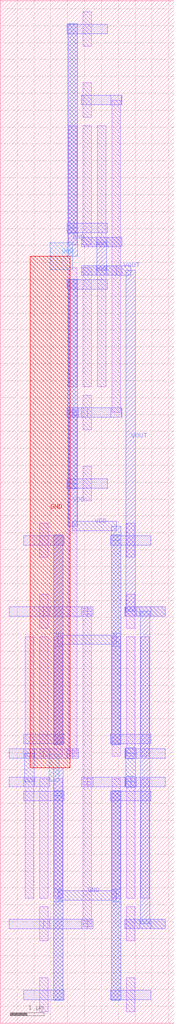
<source format=lef>
MACRO RING_OSC_Analog
  ORIGIN 0 0 ;
  FOREIGN RING_OSC_Analog 0 0 ;
  SIZE 5.16 BY 30.24 ;
  PIN GND
    DIRECTION INOUT ;
    USE SIGNAL ;
    PORT 
      LAYER M3 ;
        RECT 1.58 0.68 1.86 6.88 ;
      LAYER M3 ;
        RECT 3.3 0.68 3.58 6.88 ;
      LAYER M3 ;
        RECT 1.58 3.595 1.86 3.965 ;
      LAYER M2 ;
        RECT 1.72 3.64 3.44 3.92 ;
      LAYER M3 ;
        RECT 3.3 3.595 3.58 3.965 ;
      LAYER M3 ;
        RECT 2.01 23.36 2.29 29.56 ;
      LAYER M3 ;
        RECT 1.58 6.72 1.86 7.56 ;
      LAYER M4 ;
        RECT 1.45 7.16 1.75 7.96 ;
      LAYER M5 ;
        RECT 0.89 7.56 2.07 22.68 ;
      LAYER M4 ;
        RECT 1.48 22.28 2.15 23.08 ;
      LAYER M3 ;
        RECT 2.01 22.68 2.29 23.52 ;
    END
  END GND
  PIN VDD
    DIRECTION INOUT ;
    USE SIGNAL ;
    PORT 
      LAYER M3 ;
        RECT 1.58 8.24 1.86 14.44 ;
      LAYER M3 ;
        RECT 3.3 8.24 3.58 14.44 ;
      LAYER M3 ;
        RECT 1.58 11.155 1.86 11.525 ;
      LAYER M2 ;
        RECT 1.72 11.2 3.44 11.48 ;
      LAYER M3 ;
        RECT 3.3 11.155 3.58 11.525 ;
      LAYER M3 ;
        RECT 2.01 15.8 2.29 22 ;
      LAYER M3 ;
        RECT 3.3 14.28 3.58 14.7 ;
      LAYER M2 ;
        RECT 2.15 14.56 3.44 14.84 ;
      LAYER M3 ;
        RECT 2.01 14.7 2.29 15.96 ;
    END
  END VDD
  PIN VOUT
    DIRECTION INOUT ;
    USE SIGNAL ;
    PORT 
      LAYER M2 ;
        RECT 3.7 2.8 4.9 3.08 ;
      LAYER M2 ;
        RECT 3.7 12.04 4.9 12.32 ;
      LAYER M2 ;
        RECT 4.14 2.8 4.46 3.08 ;
      LAYER M3 ;
        RECT 4.16 2.94 4.44 12.18 ;
      LAYER M2 ;
        RECT 4.14 12.04 4.46 12.32 ;
      LAYER M2 ;
        RECT 2.41 22.12 3.61 22.4 ;
      LAYER M2 ;
        RECT 2.41 22.96 3.61 23.24 ;
      LAYER M2 ;
        RECT 2.85 22.12 3.17 22.4 ;
      LAYER M3 ;
        RECT 2.87 22.26 3.15 23.1 ;
      LAYER M2 ;
        RECT 2.85 22.96 3.17 23.24 ;
      LAYER M2 ;
        RECT 3.71 12.04 4.03 12.32 ;
      LAYER M3 ;
        RECT 3.73 12.18 4.01 22.26 ;
      LAYER M2 ;
        RECT 3.44 22.12 3.87 22.4 ;
    END
  END VOUT
  OBS 
  LAYER M2 ;
        RECT 0.26 7 1.46 7.28 ;
  LAYER M2 ;
        RECT 0.26 7.84 1.46 8.12 ;
  LAYER M2 ;
        RECT 0.7 7 1.02 7.28 ;
  LAYER M3 ;
        RECT 0.72 7.14 1 7.98 ;
  LAYER M2 ;
        RECT 0.7 7.84 1.02 8.12 ;
  LAYER M2 ;
        RECT 2.41 17.92 3.61 18.2 ;
  LAYER M2 ;
        RECT 2.41 27.16 3.61 27.44 ;
  LAYER M2 ;
        RECT 3.28 17.92 3.6 18.2 ;
  LAYER M1 ;
        RECT 3.315 18.06 3.565 27.3 ;
  LAYER M2 ;
        RECT 3.28 27.16 3.6 27.44 ;
  LAYER M2 ;
        RECT 1.29 7.84 2.15 8.12 ;
  LAYER M1 ;
        RECT 2.025 7.98 2.275 18.06 ;
  LAYER M2 ;
        RECT 2.15 17.92 2.58 18.2 ;
  LAYER M1 ;
        RECT 2.025 7.895 2.275 8.065 ;
  LAYER M2 ;
        RECT 1.98 7.84 2.32 8.12 ;
  LAYER M1 ;
        RECT 2.025 17.975 2.275 18.145 ;
  LAYER M2 ;
        RECT 1.98 17.92 2.32 18.2 ;
  LAYER M1 ;
        RECT 2.025 7.895 2.275 8.065 ;
  LAYER M2 ;
        RECT 1.98 7.84 2.32 8.12 ;
  LAYER M1 ;
        RECT 2.025 17.975 2.275 18.145 ;
  LAYER M2 ;
        RECT 1.98 17.92 2.32 18.2 ;
  LAYER M2 ;
        RECT 0.26 2.8 1.46 3.08 ;
  LAYER M2 ;
        RECT 3.7 7 4.9 7.28 ;
  LAYER M2 ;
        RECT 3.7 7.84 4.9 8.12 ;
  LAYER M2 ;
        RECT 0.26 12.04 1.46 12.32 ;
  LAYER M2 ;
        RECT 1.29 2.8 2.58 3.08 ;
  LAYER M1 ;
        RECT 2.455 2.94 2.705 7.14 ;
  LAYER M2 ;
        RECT 2.58 7 3.87 7.28 ;
  LAYER M2 ;
        RECT 3.71 7 4.03 7.28 ;
  LAYER M3 ;
        RECT 3.73 7.14 4.01 7.98 ;
  LAYER M2 ;
        RECT 3.71 7.84 4.03 8.12 ;
  LAYER M1 ;
        RECT 2.455 7.14 2.705 12.18 ;
  LAYER M2 ;
        RECT 1.29 12.04 2.58 12.32 ;
  LAYER M1 ;
        RECT 2.455 2.855 2.705 3.025 ;
  LAYER M2 ;
        RECT 2.41 2.8 2.75 3.08 ;
  LAYER M1 ;
        RECT 2.455 7.055 2.705 7.225 ;
  LAYER M2 ;
        RECT 2.41 7 2.75 7.28 ;
  LAYER M1 ;
        RECT 2.455 2.855 2.705 3.025 ;
  LAYER M2 ;
        RECT 2.41 2.8 2.75 3.08 ;
  LAYER M1 ;
        RECT 2.455 7.055 2.705 7.225 ;
  LAYER M2 ;
        RECT 2.41 7 2.75 7.28 ;
  LAYER M1 ;
        RECT 2.455 2.855 2.705 3.025 ;
  LAYER M2 ;
        RECT 2.41 2.8 2.75 3.08 ;
  LAYER M1 ;
        RECT 2.455 7.055 2.705 7.225 ;
  LAYER M2 ;
        RECT 2.41 7 2.75 7.28 ;
  LAYER M2 ;
        RECT 3.71 7 4.03 7.28 ;
  LAYER M3 ;
        RECT 3.73 6.98 4.01 7.3 ;
  LAYER M2 ;
        RECT 3.71 7.84 4.03 8.12 ;
  LAYER M3 ;
        RECT 3.73 7.82 4.01 8.14 ;
  LAYER M1 ;
        RECT 2.455 2.855 2.705 3.025 ;
  LAYER M2 ;
        RECT 2.41 2.8 2.75 3.08 ;
  LAYER M1 ;
        RECT 2.455 7.055 2.705 7.225 ;
  LAYER M2 ;
        RECT 2.41 7 2.75 7.28 ;
  LAYER M2 ;
        RECT 3.71 7 4.03 7.28 ;
  LAYER M3 ;
        RECT 3.73 6.98 4.01 7.3 ;
  LAYER M2 ;
        RECT 3.71 7.84 4.03 8.12 ;
  LAYER M3 ;
        RECT 3.73 7.82 4.01 8.14 ;
  LAYER M1 ;
        RECT 2.455 2.855 2.705 3.025 ;
  LAYER M2 ;
        RECT 2.41 2.8 2.75 3.08 ;
  LAYER M1 ;
        RECT 2.455 7.055 2.705 7.225 ;
  LAYER M2 ;
        RECT 2.41 7 2.75 7.28 ;
  LAYER M1 ;
        RECT 2.455 12.095 2.705 12.265 ;
  LAYER M2 ;
        RECT 2.41 12.04 2.75 12.32 ;
  LAYER M2 ;
        RECT 3.71 7 4.03 7.28 ;
  LAYER M3 ;
        RECT 3.73 6.98 4.01 7.3 ;
  LAYER M2 ;
        RECT 3.71 7.84 4.03 8.12 ;
  LAYER M3 ;
        RECT 3.73 7.82 4.01 8.14 ;
  LAYER M1 ;
        RECT 2.455 2.855 2.705 3.025 ;
  LAYER M2 ;
        RECT 2.41 2.8 2.75 3.08 ;
  LAYER M1 ;
        RECT 2.455 7.055 2.705 7.225 ;
  LAYER M2 ;
        RECT 2.41 7 2.75 7.28 ;
  LAYER M1 ;
        RECT 2.455 12.095 2.705 12.265 ;
  LAYER M2 ;
        RECT 2.41 12.04 2.75 12.32 ;
  LAYER M2 ;
        RECT 3.71 7 4.03 7.28 ;
  LAYER M3 ;
        RECT 3.73 6.98 4.01 7.3 ;
  LAYER M2 ;
        RECT 3.71 7.84 4.03 8.12 ;
  LAYER M3 ;
        RECT 3.73 7.82 4.01 8.14 ;
  LAYER M1 ;
        RECT 3.745 3.695 3.995 7.225 ;
  LAYER M1 ;
        RECT 3.745 2.435 3.995 3.445 ;
  LAYER M1 ;
        RECT 3.745 0.335 3.995 1.345 ;
  LAYER M1 ;
        RECT 4.175 3.695 4.425 7.225 ;
  LAYER M1 ;
        RECT 3.315 3.695 3.565 7.225 ;
  LAYER M2 ;
        RECT 3.27 6.58 4.47 6.86 ;
  LAYER M2 ;
        RECT 3.27 0.7 4.47 0.98 ;
  LAYER M2 ;
        RECT 3.7 7 4.9 7.28 ;
  LAYER M2 ;
        RECT 3.7 2.8 4.9 3.08 ;
  LAYER M3 ;
        RECT 3.3 0.68 3.58 6.88 ;
  LAYER M1 ;
        RECT 1.165 3.695 1.415 7.225 ;
  LAYER M1 ;
        RECT 1.165 2.435 1.415 3.445 ;
  LAYER M1 ;
        RECT 1.165 0.335 1.415 1.345 ;
  LAYER M1 ;
        RECT 0.735 3.695 0.985 7.225 ;
  LAYER M1 ;
        RECT 1.595 3.695 1.845 7.225 ;
  LAYER M2 ;
        RECT 0.69 6.58 1.89 6.86 ;
  LAYER M2 ;
        RECT 0.69 0.7 1.89 0.98 ;
  LAYER M2 ;
        RECT 0.26 7 1.46 7.28 ;
  LAYER M2 ;
        RECT 0.26 2.8 1.46 3.08 ;
  LAYER M3 ;
        RECT 1.58 0.68 1.86 6.88 ;
  LAYER M1 ;
        RECT 3.745 7.895 3.995 11.425 ;
  LAYER M1 ;
        RECT 3.745 11.675 3.995 12.685 ;
  LAYER M1 ;
        RECT 3.745 13.775 3.995 14.785 ;
  LAYER M1 ;
        RECT 4.175 7.895 4.425 11.425 ;
  LAYER M1 ;
        RECT 3.315 7.895 3.565 11.425 ;
  LAYER M2 ;
        RECT 3.27 8.26 4.47 8.54 ;
  LAYER M2 ;
        RECT 3.27 14.14 4.47 14.42 ;
  LAYER M2 ;
        RECT 3.7 7.84 4.9 8.12 ;
  LAYER M2 ;
        RECT 3.7 12.04 4.9 12.32 ;
  LAYER M3 ;
        RECT 3.3 8.24 3.58 14.44 ;
  LAYER M1 ;
        RECT 1.165 7.895 1.415 11.425 ;
  LAYER M1 ;
        RECT 1.165 11.675 1.415 12.685 ;
  LAYER M1 ;
        RECT 1.165 13.775 1.415 14.785 ;
  LAYER M1 ;
        RECT 0.735 7.895 0.985 11.425 ;
  LAYER M1 ;
        RECT 1.595 7.895 1.845 11.425 ;
  LAYER M2 ;
        RECT 0.69 8.26 1.89 8.54 ;
  LAYER M2 ;
        RECT 0.69 14.14 1.89 14.42 ;
  LAYER M2 ;
        RECT 0.26 7.84 1.46 8.12 ;
  LAYER M2 ;
        RECT 0.26 12.04 1.46 12.32 ;
  LAYER M3 ;
        RECT 1.58 8.24 1.86 14.44 ;
  LAYER M1 ;
        RECT 2.455 23.015 2.705 26.545 ;
  LAYER M1 ;
        RECT 2.455 26.795 2.705 27.805 ;
  LAYER M1 ;
        RECT 2.455 28.895 2.705 29.905 ;
  LAYER M1 ;
        RECT 2.885 23.015 3.135 26.545 ;
  LAYER M1 ;
        RECT 2.025 23.015 2.275 26.545 ;
  LAYER M2 ;
        RECT 1.98 23.38 3.18 23.66 ;
  LAYER M2 ;
        RECT 1.98 29.26 3.18 29.54 ;
  LAYER M2 ;
        RECT 2.41 22.96 3.61 23.24 ;
  LAYER M2 ;
        RECT 2.41 27.16 3.61 27.44 ;
  LAYER M3 ;
        RECT 2.01 23.36 2.29 29.56 ;
  LAYER M1 ;
        RECT 2.455 18.815 2.705 22.345 ;
  LAYER M1 ;
        RECT 2.455 17.555 2.705 18.565 ;
  LAYER M1 ;
        RECT 2.455 15.455 2.705 16.465 ;
  LAYER M1 ;
        RECT 2.885 18.815 3.135 22.345 ;
  LAYER M1 ;
        RECT 2.025 18.815 2.275 22.345 ;
  LAYER M2 ;
        RECT 1.98 21.7 3.18 21.98 ;
  LAYER M2 ;
        RECT 1.98 15.82 3.18 16.1 ;
  LAYER M2 ;
        RECT 2.41 22.12 3.61 22.4 ;
  LAYER M2 ;
        RECT 2.41 17.92 3.61 18.2 ;
  LAYER M3 ;
        RECT 2.01 15.8 2.29 22 ;
  END 
END RING_OSC_Analog

</source>
